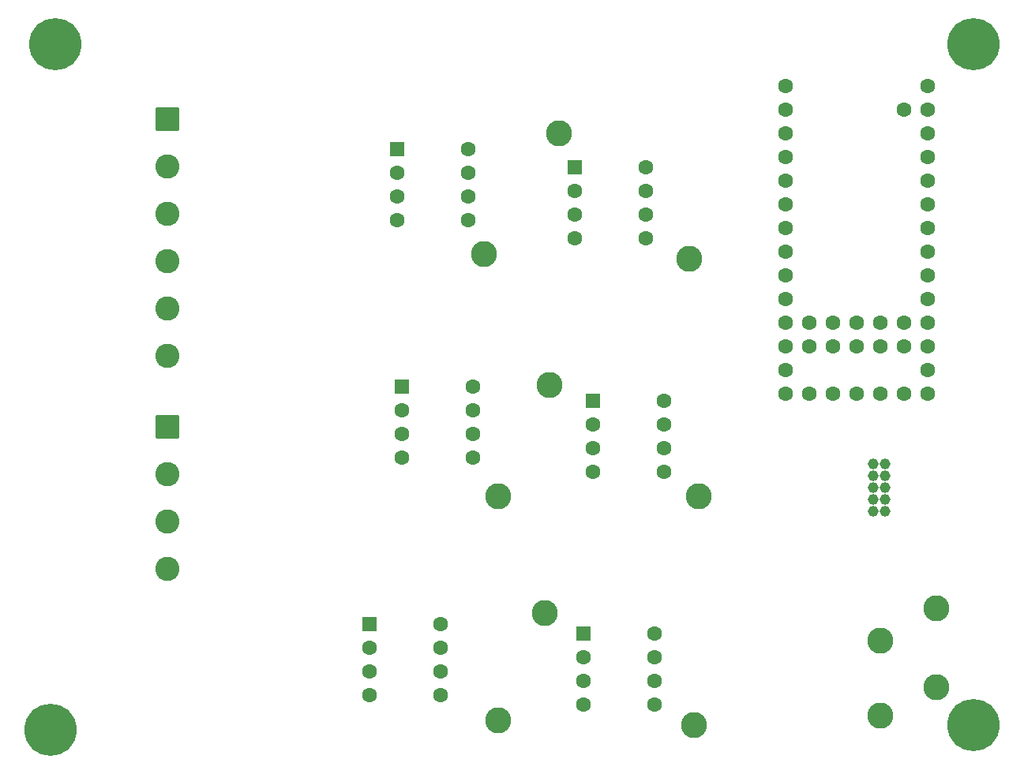
<source format=gbr>
%TF.GenerationSoftware,KiCad,Pcbnew,9.0.2*%
%TF.CreationDate,2025-07-17T12:34:20-04:00*%
%TF.ProjectId,Mirror+QC_Control,4d697272-6f72-42b5-9143-5f436f6e7472,rev?*%
%TF.SameCoordinates,Original*%
%TF.FileFunction,Soldermask,Bot*%
%TF.FilePolarity,Negative*%
%FSLAX46Y46*%
G04 Gerber Fmt 4.6, Leading zero omitted, Abs format (unit mm)*
G04 Created by KiCad (PCBNEW 9.0.2) date 2025-07-17 12:34:20*
%MOMM*%
%LPD*%
G01*
G04 APERTURE LIST*
G04 Aperture macros list*
%AMRoundRect*
0 Rectangle with rounded corners*
0 $1 Rounding radius*
0 $2 $3 $4 $5 $6 $7 $8 $9 X,Y pos of 4 corners*
0 Add a 4 corners polygon primitive as box body*
4,1,4,$2,$3,$4,$5,$6,$7,$8,$9,$2,$3,0*
0 Add four circle primitives for the rounded corners*
1,1,$1+$1,$2,$3*
1,1,$1+$1,$4,$5*
1,1,$1+$1,$6,$7*
1,1,$1+$1,$8,$9*
0 Add four rect primitives between the rounded corners*
20,1,$1+$1,$2,$3,$4,$5,0*
20,1,$1+$1,$4,$5,$6,$7,0*
20,1,$1+$1,$6,$7,$8,$9,0*
20,1,$1+$1,$8,$9,$2,$3,0*%
G04 Aperture macros list end*
%ADD10C,1.600000*%
%ADD11C,1.168400*%
%ADD12RoundRect,0.250000X-1.050000X1.050000X-1.050000X-1.050000X1.050000X-1.050000X1.050000X1.050000X0*%
%ADD13C,2.600000*%
%ADD14RoundRect,0.250000X-0.550000X-0.550000X0.550000X-0.550000X0.550000X0.550000X-0.550000X0.550000X0*%
%ADD15C,5.600000*%
%ADD16C,3.600000*%
%ADD17C,2.800000*%
G04 APERTURE END LIST*
D10*
%TO.C,U7*%
X130420000Y-65980000D03*
X132960000Y-65980000D03*
X135500000Y-65980000D03*
X138040000Y-65980000D03*
X127880000Y-65980000D03*
X125340000Y-65980000D03*
X122800000Y-65980000D03*
X138040000Y-63440000D03*
X138040000Y-60900000D03*
X138040000Y-58360000D03*
X138040000Y-55820000D03*
X138040000Y-53280000D03*
X138040000Y-50740000D03*
X138040000Y-48200000D03*
X138040000Y-45660000D03*
X138040000Y-43120000D03*
X138040000Y-40580000D03*
X138040000Y-38040000D03*
X138040000Y-35500000D03*
X138040000Y-32960000D03*
X135500000Y-35500000D03*
X122800000Y-63440000D03*
X122800000Y-60900000D03*
X122800000Y-58360000D03*
X122800000Y-55820000D03*
X122800000Y-53280000D03*
X122800000Y-50740000D03*
X122800000Y-48200000D03*
X122800000Y-45660000D03*
X122800000Y-43120000D03*
X122800000Y-40580000D03*
X122800000Y-38040000D03*
X122800000Y-35500000D03*
X122800000Y-32960000D03*
X135500000Y-60900000D03*
X135500000Y-58360000D03*
X132960000Y-60900000D03*
X132960000Y-58360000D03*
X130420000Y-60900000D03*
X130420000Y-58360000D03*
X127880000Y-60900000D03*
X127880000Y-58360000D03*
X125340000Y-60900000D03*
X125340000Y-58360000D03*
%TD*%
D11*
%TO.C,J4*%
X132230000Y-73500000D03*
X133500000Y-73500000D03*
X132230000Y-74770000D03*
X133500000Y-74770000D03*
X132230000Y-76040000D03*
X133500000Y-76040000D03*
X132230000Y-77310000D03*
X133500000Y-77310000D03*
X132230000Y-78580000D03*
X133500000Y-78580000D03*
%TD*%
D12*
%TO.C,J3*%
X56500000Y-36500000D03*
D13*
X56500000Y-41580000D03*
X56500000Y-46660000D03*
X56500000Y-51740000D03*
X56500000Y-56820000D03*
X56500000Y-61900000D03*
%TD*%
D14*
%TO.C,U11*%
X100195000Y-41690000D03*
D10*
X100195000Y-44230000D03*
X100195000Y-46770000D03*
X100195000Y-49310000D03*
X107815000Y-49310000D03*
X107815000Y-46770000D03*
X107815000Y-44230000D03*
X107815000Y-41690000D03*
%TD*%
D14*
%TO.C,U10*%
X81195000Y-39690000D03*
D10*
X81195000Y-42230000D03*
X81195000Y-44770000D03*
X81195000Y-47310000D03*
X88815000Y-47310000D03*
X88815000Y-44770000D03*
X88815000Y-42230000D03*
X88815000Y-39690000D03*
%TD*%
D14*
%TO.C,U6*%
X101195000Y-91690000D03*
D10*
X101195000Y-94230000D03*
X101195000Y-96770000D03*
X101195000Y-99310000D03*
X108815000Y-99310000D03*
X108815000Y-96770000D03*
X108815000Y-94230000D03*
X108815000Y-91690000D03*
%TD*%
D14*
%TO.C,U5*%
X78195000Y-90690000D03*
D10*
X78195000Y-93230000D03*
X78195000Y-95770000D03*
X78195000Y-98310000D03*
X85815000Y-98310000D03*
X85815000Y-95770000D03*
X85815000Y-93230000D03*
X85815000Y-90690000D03*
%TD*%
D14*
%TO.C,U3*%
X102195000Y-66690000D03*
D10*
X102195000Y-69230000D03*
X102195000Y-71770000D03*
X102195000Y-74310000D03*
X109815000Y-74310000D03*
X109815000Y-71770000D03*
X109815000Y-69230000D03*
X109815000Y-66690000D03*
%TD*%
D14*
%TO.C,U1*%
X81695000Y-65190000D03*
D10*
X81695000Y-67730000D03*
X81695000Y-70270000D03*
X81695000Y-72810000D03*
X89315000Y-72810000D03*
X89315000Y-70270000D03*
X89315000Y-67730000D03*
X89315000Y-65190000D03*
%TD*%
D15*
%TO.C,H1*%
X44500000Y-28500000D03*
D16*
X44500000Y-28500000D03*
%TD*%
%TO.C,H2*%
X44000000Y-102000000D03*
D15*
X44000000Y-102000000D03*
%TD*%
D16*
%TO.C,H3*%
X143000000Y-28500000D03*
D15*
X143000000Y-28500000D03*
%TD*%
%TO.C,H4*%
X143000000Y-101500000D03*
D16*
X143000000Y-101500000D03*
%TD*%
D17*
%TO.C,TP_EN1*%
X139000000Y-89000000D03*
%TD*%
%TO.C,SumStage1*%
X92000000Y-101000000D03*
%TD*%
%TO.C,SumStage2*%
X113000000Y-101500000D03*
%TD*%
%TO.C,GND3*%
X97000000Y-89500000D03*
%TD*%
%TO.C,GND2*%
X97500000Y-65000000D03*
%TD*%
%TO.C,YStage1*%
X92000000Y-77000000D03*
%TD*%
%TO.C,YStage2*%
X113500000Y-77000000D03*
%TD*%
%TO.C,GND4*%
X139000000Y-97500000D03*
%TD*%
%TO.C,TP_DIN1*%
X133000000Y-100500000D03*
%TD*%
%TO.C,TP_SYNC1*%
X133000000Y-92500000D03*
%TD*%
%TO.C,GND1*%
X98500000Y-38000000D03*
%TD*%
%TO.C,XStage1*%
X90500000Y-51000000D03*
%TD*%
%TO.C,XStage2*%
X112500000Y-51500000D03*
%TD*%
D12*
%TO.C,J2*%
X56500000Y-69500000D03*
D13*
X56500000Y-74580000D03*
X56500000Y-79660000D03*
X56500000Y-84740000D03*
%TD*%
M02*

</source>
